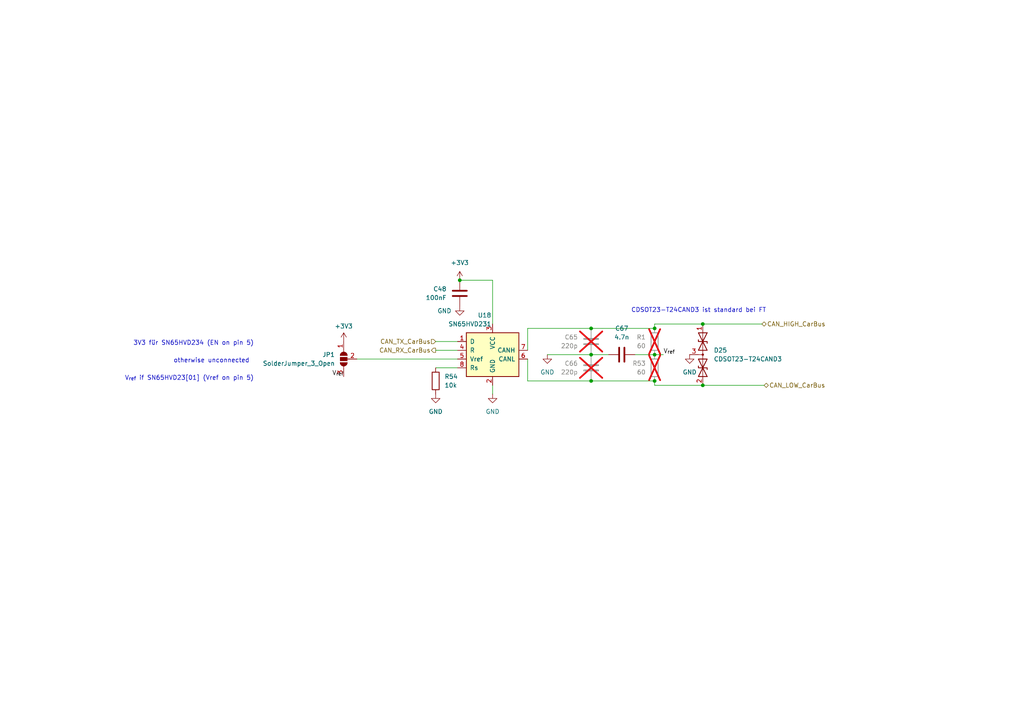
<source format=kicad_sch>
(kicad_sch (version 20231120) (generator "eeschema") (generator_version "8.0")
  (paper "A4")
  (lib_symbols
    (symbol "Device:C" (pin_numbers hide) (pin_names (offset 0.254))
      (property "Reference" "C" (at 0.635 2.54 0))
      (property "Value" "C" (at 0.635 -2.54 0))
      (symbol "C_0_1"
        (polyline (pts (xy -2.032 -0.762) (xy 2.032 -0.762)) (stroke (width 0.508)))
        (polyline (pts (xy -2.032 0.762) (xy 2.032 0.762)) (stroke (width 0.508)))
      )
      (symbol "C_1_1"
        (pin passive line (at 0 3.81 270) (length 2.794) (name "~") (number "1"))
        (pin passive line (at 0 -3.81 90) (length 2.794) (name "~") (number "2"))
      )
    )
    (symbol "Device:D_TVS_Dual_AAC" (pin_names (offset 1.016) hide)
      (property "Reference" "D" (at 0 4.445 0))
      (property "Value" "D_TVS_Dual_AAC" (at 0 2.54 0))
      (symbol "D_TVS_Dual_AAC_0_0"
        (polyline (pts (xy 0 -1.27) (xy 0 0)))
      )
      (symbol "D_TVS_Dual_AAC_0_1"
        (polyline (pts (xy -6.35 0) (xy 6.35 0)))
        (polyline (pts (xy -3.302 1.27) (xy -3.81 1.27) (xy -3.81 -1.27) (xy -4.318 -1.27)) (stroke (width 0.254)))
        (polyline (pts (xy 4.318 1.27) (xy 3.81 1.27) (xy 3.81 -1.27) (xy 3.302 -1.27)) (stroke (width 0.254)))
        (polyline (pts (xy -6.35 1.27) (xy -1.27 -1.27) (xy -1.27 1.27) (xy -6.35 -1.27) (xy -6.35 1.27)) (stroke (width 0.254)))
        (polyline (pts (xy 6.35 1.27) (xy 1.27 -1.27) (xy 1.27 1.27) (xy 6.35 -1.27) (xy 6.35 1.27)) (stroke (width 0.254)))
        (circle (center 0 0) (radius 0.254) (fill (type outline)))
      )
      (symbol "D_TVS_Dual_AAC_1_1"
        (pin passive line (at -8.89 0 0) (length 2.54) (name "A1") (number "1"))
        (pin passive line (at 8.89 0 180) (length 2.54) (name "A2") (number "2"))
        (pin passive line (at 0 -3.81 90) (length 2.54) (name "common") (number "3"))
      )
    )
    (symbol "Device:R" (pin_numbers hide) (pin_names (offset 0))
      (property "Reference" "R" (at 2.032 0 90))
      (property "Value" "R" (at 0 0 90))
      (symbol "R_0_1"
        (rectangle (start -1.016 -2.54) (end 1.016 2.54) (stroke (width 0.254)))
      )
      (symbol "R_1_1"
        (pin passive line (at 0 3.81 270) (length 1.27) (name "~") (number "1"))
        (pin passive line (at 0 -3.81 90) (length 1.27) (name "~") (number "2"))
      )
    )
    (symbol "Interface_CAN_LIN:SN65HVD231" (pin_names (offset 1.016))
      (property "Reference" "U" (at -2.54 10.16 0))
      (property "Value" "SN65HVD231" (at -2.54 7.62 0))
      (symbol "SN65HVD231_0_1"
        (rectangle (start -7.62 5.08) (end 7.62 -7.62) (stroke (width 0.254)) (fill (type background)))
      )
      (symbol "SN65HVD231_1_1"
        (pin input line (at -10.16 2.54 0) (length 2.54) (name "D") (number "1"))
        (pin power_in line (at 0 -10.16 90) (length 2.54) (name "GND") (number "2"))
        (pin power_in line (at 0 7.62 270) (length 2.54) (name "VCC") (number "3"))
        (pin output line (at -10.16 0 0) (length 2.54) (name "R") (number "4"))
        (pin output line (at -10.16 -2.54 0) (length 2.54) (name "Vref") (number "5"))
        (pin bidirectional line (at 10.16 -2.54 180) (length 2.54) (name "CANL") (number "6"))
        (pin bidirectional line (at 10.16 0 180) (length 2.54) (name "CANH") (number "7"))
        (pin input line (at -10.16 -5.08 0) (length 2.54) (name "Rs") (number "8"))
      )
    )
    (symbol "Jumper:SolderJumper_3_Open" (pin_names (offset 0) hide)
      (property "Reference" "JP" (at -2.54 -2.54 0))
      (property "Value" "SolderJumper_3_Open" (at 0 2.794 0))
      (symbol "SolderJumper_3_Open_0_1"
        (arc (start -1.016 1.016) (mid -2.0276 0) (end -1.016 -1.016))
        (arc (start -1.016 1.016) (mid -2.0276 0) (end -1.016 -1.016) (fill (type outline)))
        (rectangle (start -0.508 1.016) (end 0.508 -1.016) (fill (type outline)))
        (polyline (pts (xy -2.54 0) (xy -2.032 0)))
        (polyline (pts (xy -1.016 1.016) (xy -1.016 -1.016)))
        (polyline (pts (xy 0 -1.27) (xy 0 -1.016)))
        (polyline (pts (xy 1.016 1.016) (xy 1.016 -1.016)))
        (polyline (pts (xy 2.54 0) (xy 2.032 0)))
        (arc (start 1.016 -1.016) (mid 2.0276 0) (end 1.016 1.016))
        (arc (start 1.016 -1.016) (mid 2.0276 0) (end 1.016 1.016) (fill (type outline)))
      )
      (symbol "SolderJumper_3_Open_1_1"
        (pin passive line (at -5.08 0 0) (length 2.54) (name "A") (number "1"))
        (pin passive line (at 0 -3.81 90) (length 2.54) (name "C") (number "2"))
        (pin passive line (at 5.08 0 180) (length 2.54) (name "B") (number "3"))
      )
    )
    (symbol "power:+3V3" (power) (pin_numbers hide) (pin_names (offset 0) hide)
      (property "Value" "+3V3" (at 0 3.556 0))
      (symbol "+3V3_0_1"
        (polyline (pts (xy -0.762 1.27) (xy 0 2.54)))
        (polyline (pts (xy 0 0) (xy 0 2.54)))
        (polyline (pts (xy 0 2.54) (xy 0.762 1.27)))
      )
      (symbol "+3V3_1_1"
        (pin power_in line (at 0 0 90) (length 0) (name "~") (number "1"))
      )
    )
    (symbol "power:GND" (power) (pin_numbers hide) (pin_names (offset 0) hide)
      (property "Value" "GND" (at 0 -3.81 0))
      (symbol "GND_0_1"
        (polyline (pts (xy 0 0) (xy 0 -1.27) (xy 1.27 -1.27) (xy 0 -2.54) (xy -1.27 -1.27) (xy 0 -1.27)))
      )
      (symbol "GND_1_1"
        (pin power_in line (at 0 0 270) (length 0) (name "~") (number "1"))
      )
    )
  )
  (junction (at 189.865 95.25))
  (junction (at 203.835 111.76))
  (junction (at 171.45 110.49))
  (junction (at 189.865 110.49))
  (junction (at 171.45 95.25))
  (junction (at 171.45 102.87))
  (junction (at 133.35 81.28))
  (junction (at 189.865 102.87))
  (junction (at 203.835 93.98))
  (wire (pts (xy 189.865 110.49) (xy 171.45 110.49)))
  (wire (pts (xy 126.365 99.06) (xy 132.715 99.06)))
  (wire (pts (xy 142.875 114.3) (xy 142.875 111.76)))
  (wire (pts (xy 176.53 102.87) (xy 171.45 102.87)))
  (wire (pts (xy 132.715 104.14) (xy 103.505 104.14)))
  (wire (pts (xy 192.405 102.87) (xy 189.865 102.87)))
  (wire (pts (xy 153.035 110.49) (xy 171.45 110.49)))
  (wire (pts (xy 203.835 93.98) (xy 220.98 93.98)))
  (wire (pts (xy 126.365 101.6) (xy 132.715 101.6)))
  (wire (pts (xy 153.035 104.14) (xy 153.035 110.49)))
  (wire (pts (xy 189.865 93.98) (xy 189.865 95.25)))
  (wire (pts (xy 189.865 111.76) (xy 203.835 111.76)))
  (wire (pts (xy 126.365 106.68) (xy 132.715 106.68)))
  (wire (pts (xy 171.45 102.87) (xy 158.75 102.87)))
  (wire (pts (xy 189.865 102.87) (xy 184.15 102.87)))
  (wire (pts (xy 203.835 111.76) (xy 221.615 111.76)))
  (wire (pts (xy 142.875 81.28) (xy 133.35 81.28)))
  (wire (pts (xy 189.865 95.25) (xy 171.45 95.25)))
  (wire (pts (xy 142.875 81.28) (xy 142.875 93.98)))
  (wire (pts (xy 189.865 111.76) (xy 189.865 110.49)))
  (wire (pts (xy 153.035 101.6) (xy 153.035 95.25)))
  (wire (pts (xy 153.035 95.25) (xy 171.45 95.25)))
  (wire (pts (xy 189.865 93.98) (xy 203.835 93.98)))
  (text "CDSOT23-T24CAND3 ist standard bei FT" (at 222.25 90.805 0) (effects (font (size 1.27 1.27)) (justify right bottom)))
  (text "otherwise unconnected" (at 72.39 105.41 0) (effects (font (size 1.27 1.27)) (justify right bottom)))
  (text "V_{ref} if SN65HVD23[01] (Vref on pin 5)" (at 73.66 110.49 0) (effects (font (size 1.27 1.27)) (justify right bottom)))
  (text "3V3 für SN65HVD234 (EN on pin 5)" (at 73.66 100.33 0) (effects (font (size 1.27 1.27)) (justify right bottom)))
  (label "V_{ref}" (at 192.405 102.87 0))
  (label "V_{ref}" (at 99.695 109.22 180))
  (hierarchical_label "CAN_HIGH_CarBus" (shape bidirectional) (at 220.98 93.98 0))
  (hierarchical_label "CAN_RX_CarBus" (shape output) (at 126.365 101.6 180))
  (hierarchical_label "CAN_TX_CarBus" (shape input) (at 126.365 99.06 180))
  (hierarchical_label "CAN_LOW_CarBus" (shape bidirectional) (at 221.615 111.76 0))
  (symbol (lib_id "Jumper:SolderJumper_3_Open") (at 99.695 104.14 90) (mirror x) (unit 1)
    (property "Reference" "JP1" (at 97.155 102.87 90) (effects (justify left)))
    (property "Value" "SolderJumper_3_Open" (at 97.155 105.41 90) (effects (justify left)))
    (property "Footprint" "Jumper:SolderJumper-3_P1.3mm_Open_RoundedPad1.0x1.5mm_NumberLabels" (effects (hide yes)))
    (property "Description" "Solder Jumper, 3-pole, open" (effects (hide yes)))
  )
  (symbol (lib_id "Device:R") (at 189.865 99.06 0) (mirror y) (unit 1) (dnp yes)
    (property "Reference" "R1" (at 187.325 97.79 0) (effects (justify left)))
    (property "Value" "60" (at 187.325 100.33 0) (effects (justify left)))
    (property "Footprint" "Resistor_SMD:R_0603_1608Metric" (effects (hide yes)))
    (property "Description" "Resistor" (effects (hide yes)))
    (instances (project "LVBMS" (path "" (reference "R1") (unit 1))) (project "Master_FT24" (path "" (reference "R81") (unit 1))))
  )
  (symbol (lib_id "Device:R") (at 189.865 106.68 0) (mirror y) (unit 1) (dnp yes)
    (property "Reference" "R53" (at 187.325 105.41 0) (effects (justify left)))
    (property "Value" "60" (at 187.325 107.95 0) (effects (justify left)))
    (property "Footprint" "Resistor_SMD:R_0603_1608Metric" (effects (hide yes)))
    (property "Description" "Resistor" (effects (hide yes)))
    (instances (project "LVBMS" (path "" (reference "R53") (unit 1))) (project "Master_FT24" (path "" (reference "R82") (unit 1))))
  )
  (symbol (lib_id "Device:C") (at 171.45 106.68 0) (mirror y) (unit 1) (dnp yes)
    (property "Reference" "C66" (at 167.64 105.41 0) (effects (justify left)))
    (property "Value" "220p" (at 167.64 107.95 0) (effects (justify left)))
    (property "Footprint" "Capacitor_SMD:C_0603_1608Metric" (effects (hide yes)))
    (property "Description" "Unpolarized capacitor" (effects (hide yes)))
    (instances (project "LVBMS" (path "" (reference "C66") (unit 1))) (project "Master_FT24" (path "" (reference "C39") (unit 1))))
  )
  (symbol (lib_id "Device:R") (at 126.365 110.49 0) (unit 1)
    (property "Reference" "R54" (at 128.905 109.22 0) (effects (justify left)))
    (property "Value" "10k" (at 128.905 111.76 0) (effects (justify left)))
    (property "Footprint" "Resistor_SMD:R_0603_1608Metric" (effects (hide yes)))
    (property "Description" "Resistor" (effects (hide yes)))
    (instances (project "LVBMS" (path "" (reference "R54") (unit 1))) (project "Master_FT24" (path "" (reference "R80") (unit 1))))
  )
  (symbol (lib_id "power:GND") (at 142.875 114.3 0) (mirror y) (unit 1)
    (property "Reference" "#PWR029" (effects (hide yes)))
    (property "Value" "GND" (at 142.875 119.38 0))
    (property "Description" "Power symbol creates a global label with name \"GND\" , ground" (effects (hide yes)))
    (instances (project "LVBMS" (path "" (reference "#PWR029") (unit 1))) (project "Master_FT24" (path "" (reference "#PWR083") (unit 1))))
  )
  (symbol (lib_id "power:GND") (at 200.025 102.87 0) (mirror y) (unit 1)
    (property "Reference" "#PWR094" (effects (hide yes)))
    (property "Value" "GND" (at 200.025 107.95 0))
    (property "Description" "Power symbol creates a global label with name \"GND\" , ground" (effects (hide yes)))
    (instances (project "LVBMS" (path "" (reference "#PWR094") (unit 1))) (project "Master_FT24" (path "" (reference "#PWR085") (unit 1))))
  )
  (symbol (lib_id "power:+3V3") (at 133.35 81.28 0) (mirror y) (unit 1)
    (property "Reference" "#PWR024" (effects (hide yes)))
    (property "Value" "+3V3" (at 133.35 76.2 0))
    (property "Description" "Power symbol creates a global label with name \"+3V3\"" (effects (hide yes)))
    (instances (project "LVBMS" (path "" (reference "#PWR024") (unit 1))) (project "Master_FT24" (path "" (reference "#PWR081") (unit 1))))
  )
  (symbol (lib_id "power:+3V3") (at 99.695 99.06 0) (mirror y) (unit 1)
    (property "Reference" "#PWR015" (effects (hide yes)))
    (property "Value" "+3V3" (at 99.695 94.615 0))
    (property "Description" "Power symbol creates a global label with name \"+3V3\"" (effects (hide yes)))
    (instances (project "LVBMS" (path "" (reference "#PWR015") (unit 1))) (project "Master_FT24" (path "" (reference "#PWR079") (unit 1))))
  )
  (symbol (lib_id "Device:C") (at 180.34 102.87 270) (mirror x) (unit 1)
    (property "Reference" "C67" (at 180.34 95.25 90))
    (property "Value" "4.7n" (at 180.34 97.79 90))
    (property "Footprint" "Capacitor_SMD:C_0603_1608Metric" (effects (hide yes)))
    (property "Description" "Unpolarized capacitor" (effects (hide yes)))
    (instances (project "LVBMS" (path "" (reference "C67") (unit 1))) (project "Master_FT24" (path "" (reference "C40") (unit 1))))
  )
  (symbol (lib_id "power:GND") (at 126.365 114.3 0) (mirror y) (unit 1)
    (property "Reference" "#PWR023" (effects (hide yes)))
    (property "Value" "GND" (at 126.365 119.38 0))
    (property "Description" "Power symbol creates a global label with name \"GND\" , ground" (effects (hide yes)))
    (instances (project "LVBMS" (path "" (reference "#PWR023") (unit 1))) (project "Master_FT24" (path "" (reference "#PWR080") (unit 1))))
  )
  (symbol (lib_id "Interface_CAN_LIN:SN65HVD231") (at 142.875 101.6 0) (unit 1)
    (property "Reference" "U18" (at 142.5291 91.44 0) (effects (justify right)))
    (property "Value" "SN65HVD231" (at 142.5291 93.98 0) (effects (justify right)))
    (property "Footprint" "Package_SO:SOIC-8_3.9x4.9mm_P1.27mm" (effects (hide yes)))
    (property "Datasheet" "http://www.ti.com/lit/ds/symlink/sn65hvd230.pdf" (effects (hide yes)))
    (property "Description" "CAN Bus Transceivers, 3.3V, 1Mbps,Ultra Low-Power capabilities, SOIC-8" (effects (hide yes)))
    (instances (project "LVBMS" (path "" (reference "U18") (unit 1))) (project "Master_FT24" (path "" (reference "U15") (unit 1))))
  )
  (symbol (lib_id "Device:C") (at 171.45 99.06 0) (mirror y) (unit 1) (dnp yes)
    (property "Reference" "C65" (at 167.64 97.79 0) (effects (justify left)))
    (property "Value" "220p" (at 167.64 100.33 0) (effects (justify left)))
    (property "Footprint" "Capacitor_SMD:C_0603_1608Metric" (effects (hide yes)))
    (property "Description" "Unpolarized capacitor" (effects (hide yes)))
    (instances (project "LVBMS" (path "" (reference "C65") (unit 1))) (project "Master_FT24" (path "" (reference "C38") (unit 1))))
  )
  (symbol (lib_id "Device:C") (at 133.35 85.09 0) (mirror y) (unit 1)
    (property "Reference" "C48" (at 129.54 83.8199 0) (effects (justify left)))
    (property "Value" "100nF" (at 129.54 86.3599 0) (effects (justify left)))
    (property "Footprint" "Capacitor_SMD:C_0603_1608Metric" (effects (hide yes)))
    (property "Description" "Unpolarized capacitor" (effects (hide yes)))
    (instances (project "LVBMS" (path "" (reference "C48") (unit 1))) (project "Master_FT24" (path "" (reference "C37") (unit 1))))
  )
  (symbol (lib_id "Device:D_TVS_Dual_AAC") (at 203.835 102.87 270) (unit 1)
    (property "Reference" "D25" (at 207.01 101.6 90) (effects (justify left)))
    (property "Value" "CDSOT23-T24CAND3" (at 207.01 104.14 90) (effects (justify left)))
    (property "Footprint" "Package_TO_SOT_SMD:SOT-23-3" (effects (hide yes)))
    (property "Description" "Bidirectional dual transient-voltage-suppression diode, center on pin 3" (effects (hide yes)))
  )
  (symbol (lib_id "power:GND") (at 133.35 88.9 0) (mirror y) (unit 1)
    (property "Reference" "#PWR025" (effects (hide yes)))
    (property "Value" "GND" (at 128.905 90.17 0))
    (property "Description" "Power symbol creates a global label with name \"GND\" , ground" (effects (hide yes)))
    (instances (project "LVBMS" (path "" (reference "#PWR025") (unit 1))) (project "Master_FT24" (path "" (reference "#PWR082") (unit 1))))
  )
  (symbol (lib_id "power:GND") (at 158.75 102.87 0) (mirror y) (unit 1)
    (property "Reference" "#PWR094" (effects (hide yes)))
    (property "Value" "GND" (at 158.75 107.95 0))
    (property "Description" "Power symbol creates a global label with name \"GND\" , ground" (effects (hide yes)))
    (instances (project "LVBMS" (path "" (reference "#PWR094") (unit 1))) (project "Master_FT24" (path "" (reference "#PWR084") (unit 1))))
  )
)
</source>
